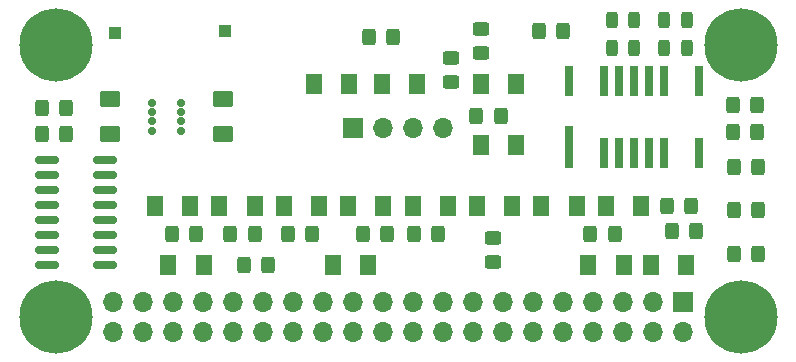
<source format=gbr>
%TF.GenerationSoftware,KiCad,Pcbnew,8.0.6*%
%TF.CreationDate,2024-11-19T00:52:39-05:00*%
%TF.ProjectId,tr109-sensorboard,74723130-392d-4736-956e-736f72626f61,4*%
%TF.SameCoordinates,Original*%
%TF.FileFunction,Soldermask,Top*%
%TF.FilePolarity,Negative*%
%FSLAX46Y46*%
G04 Gerber Fmt 4.6, Leading zero omitted, Abs format (unit mm)*
G04 Created by KiCad (PCBNEW 8.0.6) date 2024-11-19 00:52:39*
%MOMM*%
%LPD*%
G01*
G04 APERTURE LIST*
G04 Aperture macros list*
%AMRoundRect*
0 Rectangle with rounded corners*
0 $1 Rounding radius*
0 $2 $3 $4 $5 $6 $7 $8 $9 X,Y pos of 4 corners*
0 Add a 4 corners polygon primitive as box body*
4,1,4,$2,$3,$4,$5,$6,$7,$8,$9,$2,$3,0*
0 Add four circle primitives for the rounded corners*
1,1,$1+$1,$2,$3*
1,1,$1+$1,$4,$5*
1,1,$1+$1,$6,$7*
1,1,$1+$1,$8,$9*
0 Add four rect primitives between the rounded corners*
20,1,$1+$1,$2,$3,$4,$5,0*
20,1,$1+$1,$4,$5,$6,$7,0*
20,1,$1+$1,$6,$7,$8,$9,0*
20,1,$1+$1,$8,$9,$2,$3,0*%
G04 Aperture macros list end*
%ADD10C,6.200000*%
%ADD11RoundRect,0.100000X-0.200000X0.200000X-0.200000X-0.200000X0.200000X-0.200000X0.200000X0.200000X0*%
%ADD12R,1.700000X1.700000*%
%ADD13O,1.700000X1.700000*%
%ADD14RoundRect,0.249999X-0.325001X-0.450001X0.325001X-0.450001X0.325001X0.450001X-0.325001X0.450001X0*%
%ADD15RoundRect,0.250000X0.462500X0.625000X-0.462500X0.625000X-0.462500X-0.625000X0.462500X-0.625000X0*%
%ADD16RoundRect,0.250000X-0.462500X-0.625000X0.462500X-0.625000X0.462500X0.625000X-0.462500X0.625000X0*%
%ADD17RoundRect,0.150000X-0.825000X-0.150000X0.825000X-0.150000X0.825000X0.150000X-0.825000X0.150000X0*%
%ADD18R,0.800000X3.600000*%
%ADD19R,0.700000X2.600000*%
%ADD20R,0.800000X2.600000*%
%ADD21RoundRect,0.250000X0.625000X-0.462500X0.625000X0.462500X-0.625000X0.462500X-0.625000X-0.462500X0*%
%ADD22RoundRect,0.249999X0.325001X0.450001X-0.325001X0.450001X-0.325001X-0.450001X0.325001X-0.450001X0*%
%ADD23RoundRect,0.243750X0.243750X0.456250X-0.243750X0.456250X-0.243750X-0.456250X0.243750X-0.456250X0*%
%ADD24R,1.000000X1.000000*%
%ADD25RoundRect,0.249999X0.450001X-0.325001X0.450001X0.325001X-0.450001X0.325001X-0.450001X-0.325001X0*%
G04 APERTURE END LIST*
D10*
%TO.C,*%
X104054000Y-121860000D03*
%TD*%
%TO.C,*%
X162054000Y-121860000D03*
%TD*%
%TO.C,*%
X104054000Y-98860000D03*
%TD*%
%TO.C,*%
X162054000Y-98860000D03*
%TD*%
D11*
%TO.C,U1*%
X114649100Y-103724500D03*
X114649100Y-104524500D03*
X114649100Y-105324500D03*
X114649100Y-106124500D03*
X112249100Y-106124500D03*
X112249100Y-105324500D03*
X112249100Y-104524500D03*
X112249100Y-103724500D03*
%TD*%
D12*
%TO.C,J47*%
X157184000Y-120590000D03*
D13*
X157184000Y-123130000D03*
X154644000Y-120590000D03*
X154644000Y-123130000D03*
X152104000Y-120590000D03*
X152104000Y-123130000D03*
X149564000Y-120590000D03*
X149564000Y-123130000D03*
X147024000Y-120590000D03*
X147024000Y-123130000D03*
X144484000Y-120590000D03*
X144484000Y-123130000D03*
X141944000Y-120590000D03*
X141944000Y-123130000D03*
X139404000Y-120590000D03*
X139404000Y-123130000D03*
X136864000Y-120590000D03*
X136864000Y-123130000D03*
X134324000Y-120590000D03*
X134324000Y-123130000D03*
X131784000Y-120590000D03*
X131784000Y-123130000D03*
X129244000Y-120590000D03*
X129244000Y-123130000D03*
X126704000Y-120590000D03*
X126704000Y-123130000D03*
X124164000Y-120590000D03*
X124164000Y-123130000D03*
X121624000Y-120590000D03*
X121624000Y-123130000D03*
X119084000Y-120590000D03*
X119084000Y-123130000D03*
X116544000Y-120590000D03*
X116544000Y-123130000D03*
X114004000Y-120590000D03*
X114004000Y-123130000D03*
X111464000Y-120590000D03*
X111464000Y-123130000D03*
X108924000Y-120590000D03*
X108924000Y-123130000D03*
%TD*%
D14*
%TO.C,R4*%
X155807300Y-112483900D03*
X157857300Y-112483900D03*
%TD*%
%TO.C,R6*%
X139691000Y-104902000D03*
X141741000Y-104902000D03*
%TD*%
D15*
%TO.C,D10*%
X134685100Y-102133400D03*
X131710100Y-102133400D03*
%TD*%
D16*
%TO.C,D12*%
X140043840Y-107358180D03*
X143018840Y-107358180D03*
%TD*%
%TO.C,D11*%
X140088620Y-102133400D03*
X143063620Y-102133400D03*
%TD*%
D15*
%TO.C,D9*%
X128881200Y-102133400D03*
X125906200Y-102133400D03*
%TD*%
D16*
%TO.C,D15*%
X149164980Y-117472460D03*
X152139980Y-117472460D03*
%TD*%
D15*
%TO.C,D16*%
X157440960Y-117472460D03*
X154465960Y-117472460D03*
%TD*%
D14*
%TO.C,R5*%
X130572400Y-98145600D03*
X132622400Y-98145600D03*
%TD*%
D17*
%TO.C,U2*%
X103290600Y-108610400D03*
X103290600Y-109880400D03*
X103290600Y-111150400D03*
X103290600Y-112420400D03*
X103290600Y-113690400D03*
X103290600Y-114960400D03*
X103290600Y-116230400D03*
X103290600Y-117500400D03*
X108240600Y-117500400D03*
X108240600Y-116230400D03*
X108240600Y-114960400D03*
X108240600Y-113690400D03*
X108240600Y-112420400D03*
X108240600Y-111150400D03*
X108240600Y-109880400D03*
X108240600Y-108610400D03*
%TD*%
D14*
%TO.C,R10*%
X161421940Y-103949500D03*
X163471940Y-103949500D03*
%TD*%
D18*
%TO.C,U3*%
X147509600Y-107477400D03*
D19*
X150469600Y-107977400D03*
X151739600Y-107977400D03*
X153009600Y-107977400D03*
X154279600Y-107977400D03*
X155549600Y-107977400D03*
D20*
X158509600Y-107977400D03*
X158509600Y-101877400D03*
D19*
X155549600Y-101877400D03*
X154279600Y-101877400D03*
X153009600Y-101877400D03*
X151739600Y-101877400D03*
X150469600Y-101877400D03*
D20*
X147509600Y-101877400D03*
%TD*%
D21*
%TO.C,D17*%
X108686600Y-106389500D03*
X108686600Y-103414500D03*
%TD*%
%TO.C,D18*%
X118211600Y-106389500D03*
X118211600Y-103414500D03*
%TD*%
D22*
%TO.C,R11*%
X104915000Y-106370000D03*
X102865000Y-106370000D03*
%TD*%
D23*
%TO.C,C4*%
X153032700Y-99085400D03*
X151157700Y-99085400D03*
%TD*%
%TO.C,C3*%
X153032700Y-96738440D03*
X151157700Y-96738440D03*
%TD*%
D14*
%TO.C,R3*%
X144948800Y-97663000D03*
X146998800Y-97663000D03*
%TD*%
D23*
%TO.C,C1*%
X157477700Y-96738440D03*
X155602700Y-96738440D03*
%TD*%
%TO.C,C2*%
X157477700Y-99085400D03*
X155602700Y-99085400D03*
%TD*%
D14*
%TO.C,R2*%
X161484200Y-112852200D03*
X163534200Y-112852200D03*
%TD*%
%TO.C,R8*%
X161484200Y-116522500D03*
X163534200Y-116522500D03*
%TD*%
%TO.C,R1*%
X161484200Y-109181900D03*
X163534200Y-109181900D03*
%TD*%
D24*
%TO.C,J1*%
X109067600Y-97828100D03*
%TD*%
%TO.C,J2*%
X118364000Y-97663000D03*
%TD*%
D15*
%TO.C,D8*%
X153620800Y-112483900D03*
X150645800Y-112483900D03*
%TD*%
%TO.C,D7*%
X148167052Y-112483900D03*
X145192052Y-112483900D03*
%TD*%
%TO.C,D6*%
X142713310Y-112483900D03*
X139738310Y-112483900D03*
%TD*%
%TO.C,D5*%
X137259568Y-112483900D03*
X134284568Y-112483900D03*
%TD*%
%TO.C,D1*%
X115444600Y-112483900D03*
X112469600Y-112483900D03*
%TD*%
%TO.C,D2*%
X120898342Y-112483900D03*
X117923342Y-112483900D03*
%TD*%
%TO.C,D3*%
X126352084Y-112483900D03*
X123377084Y-112483900D03*
%TD*%
%TO.C,D4*%
X131805826Y-112483900D03*
X128830826Y-112483900D03*
%TD*%
D14*
%TO.C,R9*%
X161421940Y-106184700D03*
X163471940Y-106184700D03*
%TD*%
D25*
%TO.C,R7*%
X141071600Y-117216060D03*
X141071600Y-115166060D03*
%TD*%
D15*
%TO.C,D13*%
X116579980Y-117472460D03*
X113604980Y-117472460D03*
%TD*%
D22*
%TO.C,R14*%
X125802500Y-114833400D03*
X123752500Y-114833400D03*
%TD*%
%TO.C,R15*%
X132101700Y-114833400D03*
X130051700Y-114833400D03*
%TD*%
%TO.C,R16*%
X136445000Y-114833400D03*
X134395000Y-114833400D03*
%TD*%
D25*
%TO.C,R17*%
X137541000Y-101990000D03*
X137541000Y-99940000D03*
%TD*%
D14*
%TO.C,R18*%
X149330300Y-114846100D03*
X151380300Y-114846100D03*
%TD*%
D25*
%TO.C,R19*%
X140081000Y-99564300D03*
X140081000Y-97514300D03*
%TD*%
D14*
%TO.C,R20*%
X156264500Y-114579400D03*
X158314500Y-114579400D03*
%TD*%
D22*
%TO.C,R13*%
X120900300Y-114833400D03*
X118850300Y-114833400D03*
%TD*%
D14*
%TO.C,R12*%
X113925000Y-114833400D03*
X115975000Y-114833400D03*
%TD*%
D15*
%TO.C,D14*%
X130486480Y-117472460D03*
X127511480Y-117472460D03*
%TD*%
D22*
%TO.C,R22*%
X104915000Y-104150000D03*
X102865000Y-104150000D03*
%TD*%
D14*
%TO.C,R21*%
X120015000Y-117460000D03*
X122065000Y-117460000D03*
%TD*%
D12*
%TO.C,J3*%
X129244000Y-105918000D03*
D13*
X131784000Y-105918000D03*
X134324000Y-105918000D03*
X136864000Y-105918000D03*
%TD*%
M02*

</source>
